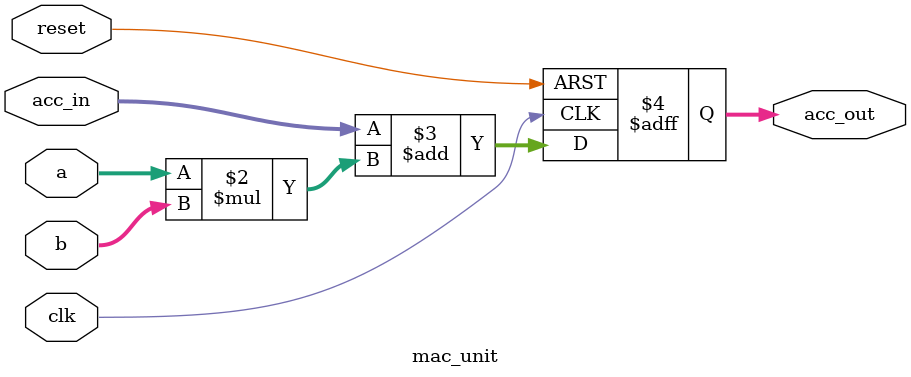
<source format=v>
module mac_unit (
    input clk,
    input reset,
    input [7:0] a,
    input [7:0] b,
    input [15:0] acc_in,
    output reg [15:0] acc_out
);
    always @(posedge clk or posedge reset) begin
        if (reset)
            acc_out <= 0;
        else
            acc_out <= acc_in + (a * b);
    end
endmodule

</source>
